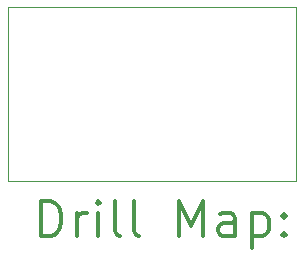
<source format=gbr>
%FSLAX45Y45*%
G04 Gerber Fmt 4.5, Leading zero omitted, Abs format (unit mm)*
G04 Created by KiCad (PCBNEW 5.1.2-1.fc30) date 2019-06-07 00:12:14*
%MOMM*%
%LPD*%
G04 APERTURE LIST*
%ADD10C,0.100000*%
%ADD11C,0.200000*%
%ADD12C,0.300000*%
G04 APERTURE END LIST*
D10*
X9499600Y-10464800D02*
X7670800Y-10464800D01*
X10109200Y-10464800D02*
X9499600Y-10464800D01*
X10109200Y-11938000D02*
X10109200Y-10464800D01*
X7670800Y-11938000D02*
X10109200Y-11938000D01*
X7670800Y-10464800D02*
X7670800Y-11938000D01*
D11*
D12*
X7952228Y-12408714D02*
X7952228Y-12108714D01*
X8023657Y-12108714D01*
X8066514Y-12123000D01*
X8095086Y-12151571D01*
X8109371Y-12180143D01*
X8123657Y-12237286D01*
X8123657Y-12280143D01*
X8109371Y-12337286D01*
X8095086Y-12365857D01*
X8066514Y-12394429D01*
X8023657Y-12408714D01*
X7952228Y-12408714D01*
X8252228Y-12408714D02*
X8252228Y-12208714D01*
X8252228Y-12265857D02*
X8266514Y-12237286D01*
X8280800Y-12223000D01*
X8309371Y-12208714D01*
X8337943Y-12208714D01*
X8437943Y-12408714D02*
X8437943Y-12208714D01*
X8437943Y-12108714D02*
X8423657Y-12123000D01*
X8437943Y-12137286D01*
X8452228Y-12123000D01*
X8437943Y-12108714D01*
X8437943Y-12137286D01*
X8623657Y-12408714D02*
X8595086Y-12394429D01*
X8580800Y-12365857D01*
X8580800Y-12108714D01*
X8780800Y-12408714D02*
X8752228Y-12394429D01*
X8737943Y-12365857D01*
X8737943Y-12108714D01*
X9123657Y-12408714D02*
X9123657Y-12108714D01*
X9223657Y-12323000D01*
X9323657Y-12108714D01*
X9323657Y-12408714D01*
X9595086Y-12408714D02*
X9595086Y-12251571D01*
X9580800Y-12223000D01*
X9552228Y-12208714D01*
X9495086Y-12208714D01*
X9466514Y-12223000D01*
X9595086Y-12394429D02*
X9566514Y-12408714D01*
X9495086Y-12408714D01*
X9466514Y-12394429D01*
X9452228Y-12365857D01*
X9452228Y-12337286D01*
X9466514Y-12308714D01*
X9495086Y-12294429D01*
X9566514Y-12294429D01*
X9595086Y-12280143D01*
X9737943Y-12208714D02*
X9737943Y-12508714D01*
X9737943Y-12223000D02*
X9766514Y-12208714D01*
X9823657Y-12208714D01*
X9852228Y-12223000D01*
X9866514Y-12237286D01*
X9880800Y-12265857D01*
X9880800Y-12351571D01*
X9866514Y-12380143D01*
X9852228Y-12394429D01*
X9823657Y-12408714D01*
X9766514Y-12408714D01*
X9737943Y-12394429D01*
X10009371Y-12380143D02*
X10023657Y-12394429D01*
X10009371Y-12408714D01*
X9995086Y-12394429D01*
X10009371Y-12380143D01*
X10009371Y-12408714D01*
X10009371Y-12223000D02*
X10023657Y-12237286D01*
X10009371Y-12251571D01*
X9995086Y-12237286D01*
X10009371Y-12223000D01*
X10009371Y-12251571D01*
M02*

</source>
